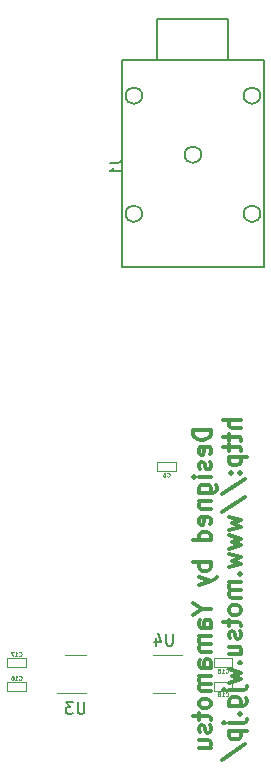
<source format=gbr>
G04 #@! TF.FileFunction,Legend,Bot*
%FSLAX46Y46*%
G04 Gerber Fmt 4.6, Leading zero omitted, Abs format (unit mm)*
G04 Created by KiCad (PCBNEW 4.0.7) date 05/16/18 21:08:28*
%MOMM*%
%LPD*%
G01*
G04 APERTURE LIST*
%ADD10C,0.100000*%
%ADD11C,0.300000*%
%ADD12C,0.075000*%
%ADD13C,0.120000*%
%ADD14C,0.150000*%
%ADD15C,0.050000*%
G04 APERTURE END LIST*
D10*
D11*
X125453571Y-89785714D02*
X123953571Y-89785714D01*
X123953571Y-90142857D01*
X124025000Y-90357142D01*
X124167857Y-90500000D01*
X124310714Y-90571428D01*
X124596429Y-90642857D01*
X124810714Y-90642857D01*
X125096429Y-90571428D01*
X125239286Y-90500000D01*
X125382143Y-90357142D01*
X125453571Y-90142857D01*
X125453571Y-89785714D01*
X125382143Y-91857142D02*
X125453571Y-91714285D01*
X125453571Y-91428571D01*
X125382143Y-91285714D01*
X125239286Y-91214285D01*
X124667857Y-91214285D01*
X124525000Y-91285714D01*
X124453571Y-91428571D01*
X124453571Y-91714285D01*
X124525000Y-91857142D01*
X124667857Y-91928571D01*
X124810714Y-91928571D01*
X124953571Y-91214285D01*
X125382143Y-92499999D02*
X125453571Y-92642856D01*
X125453571Y-92928571D01*
X125382143Y-93071428D01*
X125239286Y-93142856D01*
X125167857Y-93142856D01*
X125025000Y-93071428D01*
X124953571Y-92928571D01*
X124953571Y-92714285D01*
X124882143Y-92571428D01*
X124739286Y-92499999D01*
X124667857Y-92499999D01*
X124525000Y-92571428D01*
X124453571Y-92714285D01*
X124453571Y-92928571D01*
X124525000Y-93071428D01*
X125453571Y-93785714D02*
X124453571Y-93785714D01*
X123953571Y-93785714D02*
X124025000Y-93714285D01*
X124096429Y-93785714D01*
X124025000Y-93857142D01*
X123953571Y-93785714D01*
X124096429Y-93785714D01*
X124453571Y-95142857D02*
X125667857Y-95142857D01*
X125810714Y-95071428D01*
X125882143Y-95000000D01*
X125953571Y-94857143D01*
X125953571Y-94642857D01*
X125882143Y-94500000D01*
X125382143Y-95142857D02*
X125453571Y-95000000D01*
X125453571Y-94714286D01*
X125382143Y-94571428D01*
X125310714Y-94500000D01*
X125167857Y-94428571D01*
X124739286Y-94428571D01*
X124596429Y-94500000D01*
X124525000Y-94571428D01*
X124453571Y-94714286D01*
X124453571Y-95000000D01*
X124525000Y-95142857D01*
X124453571Y-95857143D02*
X125453571Y-95857143D01*
X124596429Y-95857143D02*
X124525000Y-95928571D01*
X124453571Y-96071429D01*
X124453571Y-96285714D01*
X124525000Y-96428571D01*
X124667857Y-96500000D01*
X125453571Y-96500000D01*
X125382143Y-97785714D02*
X125453571Y-97642857D01*
X125453571Y-97357143D01*
X125382143Y-97214286D01*
X125239286Y-97142857D01*
X124667857Y-97142857D01*
X124525000Y-97214286D01*
X124453571Y-97357143D01*
X124453571Y-97642857D01*
X124525000Y-97785714D01*
X124667857Y-97857143D01*
X124810714Y-97857143D01*
X124953571Y-97142857D01*
X125453571Y-99142857D02*
X123953571Y-99142857D01*
X125382143Y-99142857D02*
X125453571Y-99000000D01*
X125453571Y-98714286D01*
X125382143Y-98571428D01*
X125310714Y-98500000D01*
X125167857Y-98428571D01*
X124739286Y-98428571D01*
X124596429Y-98500000D01*
X124525000Y-98571428D01*
X124453571Y-98714286D01*
X124453571Y-99000000D01*
X124525000Y-99142857D01*
X125453571Y-101000000D02*
X123953571Y-101000000D01*
X124525000Y-101000000D02*
X124453571Y-101142857D01*
X124453571Y-101428571D01*
X124525000Y-101571428D01*
X124596429Y-101642857D01*
X124739286Y-101714286D01*
X125167857Y-101714286D01*
X125310714Y-101642857D01*
X125382143Y-101571428D01*
X125453571Y-101428571D01*
X125453571Y-101142857D01*
X125382143Y-101000000D01*
X124453571Y-102214286D02*
X125453571Y-102571429D01*
X124453571Y-102928571D02*
X125453571Y-102571429D01*
X125810714Y-102428571D01*
X125882143Y-102357143D01*
X125953571Y-102214286D01*
X124739286Y-104928571D02*
X125453571Y-104928571D01*
X123953571Y-104428571D02*
X124739286Y-104928571D01*
X123953571Y-105428571D01*
X125453571Y-106571428D02*
X124667857Y-106571428D01*
X124525000Y-106499999D01*
X124453571Y-106357142D01*
X124453571Y-106071428D01*
X124525000Y-105928571D01*
X125382143Y-106571428D02*
X125453571Y-106428571D01*
X125453571Y-106071428D01*
X125382143Y-105928571D01*
X125239286Y-105857142D01*
X125096429Y-105857142D01*
X124953571Y-105928571D01*
X124882143Y-106071428D01*
X124882143Y-106428571D01*
X124810714Y-106571428D01*
X125453571Y-107285714D02*
X124453571Y-107285714D01*
X124596429Y-107285714D02*
X124525000Y-107357142D01*
X124453571Y-107500000D01*
X124453571Y-107714285D01*
X124525000Y-107857142D01*
X124667857Y-107928571D01*
X125453571Y-107928571D01*
X124667857Y-107928571D02*
X124525000Y-108000000D01*
X124453571Y-108142857D01*
X124453571Y-108357142D01*
X124525000Y-108500000D01*
X124667857Y-108571428D01*
X125453571Y-108571428D01*
X125453571Y-109928571D02*
X124667857Y-109928571D01*
X124525000Y-109857142D01*
X124453571Y-109714285D01*
X124453571Y-109428571D01*
X124525000Y-109285714D01*
X125382143Y-109928571D02*
X125453571Y-109785714D01*
X125453571Y-109428571D01*
X125382143Y-109285714D01*
X125239286Y-109214285D01*
X125096429Y-109214285D01*
X124953571Y-109285714D01*
X124882143Y-109428571D01*
X124882143Y-109785714D01*
X124810714Y-109928571D01*
X125453571Y-110642857D02*
X124453571Y-110642857D01*
X124596429Y-110642857D02*
X124525000Y-110714285D01*
X124453571Y-110857143D01*
X124453571Y-111071428D01*
X124525000Y-111214285D01*
X124667857Y-111285714D01*
X125453571Y-111285714D01*
X124667857Y-111285714D02*
X124525000Y-111357143D01*
X124453571Y-111500000D01*
X124453571Y-111714285D01*
X124525000Y-111857143D01*
X124667857Y-111928571D01*
X125453571Y-111928571D01*
X125453571Y-112857143D02*
X125382143Y-112714285D01*
X125310714Y-112642857D01*
X125167857Y-112571428D01*
X124739286Y-112571428D01*
X124596429Y-112642857D01*
X124525000Y-112714285D01*
X124453571Y-112857143D01*
X124453571Y-113071428D01*
X124525000Y-113214285D01*
X124596429Y-113285714D01*
X124739286Y-113357143D01*
X125167857Y-113357143D01*
X125310714Y-113285714D01*
X125382143Y-113214285D01*
X125453571Y-113071428D01*
X125453571Y-112857143D01*
X124453571Y-113785714D02*
X124453571Y-114357143D01*
X123953571Y-114000000D02*
X125239286Y-114000000D01*
X125382143Y-114071428D01*
X125453571Y-114214286D01*
X125453571Y-114357143D01*
X125382143Y-114785714D02*
X125453571Y-114928571D01*
X125453571Y-115214286D01*
X125382143Y-115357143D01*
X125239286Y-115428571D01*
X125167857Y-115428571D01*
X125025000Y-115357143D01*
X124953571Y-115214286D01*
X124953571Y-115000000D01*
X124882143Y-114857143D01*
X124739286Y-114785714D01*
X124667857Y-114785714D01*
X124525000Y-114857143D01*
X124453571Y-115000000D01*
X124453571Y-115214286D01*
X124525000Y-115357143D01*
X124453571Y-116714286D02*
X125453571Y-116714286D01*
X124453571Y-116071429D02*
X125239286Y-116071429D01*
X125382143Y-116142857D01*
X125453571Y-116285715D01*
X125453571Y-116500000D01*
X125382143Y-116642857D01*
X125310714Y-116714286D01*
X128003571Y-88999997D02*
X126503571Y-88999997D01*
X128003571Y-89642854D02*
X127217857Y-89642854D01*
X127075000Y-89571425D01*
X127003571Y-89428568D01*
X127003571Y-89214283D01*
X127075000Y-89071425D01*
X127146429Y-88999997D01*
X127003571Y-90142854D02*
X127003571Y-90714283D01*
X126503571Y-90357140D02*
X127789286Y-90357140D01*
X127932143Y-90428568D01*
X128003571Y-90571426D01*
X128003571Y-90714283D01*
X127003571Y-90999997D02*
X127003571Y-91571426D01*
X126503571Y-91214283D02*
X127789286Y-91214283D01*
X127932143Y-91285711D01*
X128003571Y-91428569D01*
X128003571Y-91571426D01*
X127003571Y-92071426D02*
X128503571Y-92071426D01*
X127075000Y-92071426D02*
X127003571Y-92214283D01*
X127003571Y-92499997D01*
X127075000Y-92642854D01*
X127146429Y-92714283D01*
X127289286Y-92785712D01*
X127717857Y-92785712D01*
X127860714Y-92714283D01*
X127932143Y-92642854D01*
X128003571Y-92499997D01*
X128003571Y-92214283D01*
X127932143Y-92071426D01*
X127860714Y-93428569D02*
X127932143Y-93499997D01*
X128003571Y-93428569D01*
X127932143Y-93357140D01*
X127860714Y-93428569D01*
X128003571Y-93428569D01*
X127075000Y-93428569D02*
X127146429Y-93499997D01*
X127217857Y-93428569D01*
X127146429Y-93357140D01*
X127075000Y-93428569D01*
X127217857Y-93428569D01*
X126432143Y-95214283D02*
X128360714Y-93928569D01*
X126432143Y-96785712D02*
X128360714Y-95499998D01*
X127003571Y-97142856D02*
X128003571Y-97428570D01*
X127289286Y-97714284D01*
X128003571Y-97999999D01*
X127003571Y-98285713D01*
X127003571Y-98714285D02*
X128003571Y-98999999D01*
X127289286Y-99285713D01*
X128003571Y-99571428D01*
X127003571Y-99857142D01*
X127003571Y-100285714D02*
X128003571Y-100571428D01*
X127289286Y-100857142D01*
X128003571Y-101142857D01*
X127003571Y-101428571D01*
X127860714Y-102000000D02*
X127932143Y-102071428D01*
X128003571Y-102000000D01*
X127932143Y-101928571D01*
X127860714Y-102000000D01*
X128003571Y-102000000D01*
X128003571Y-102714286D02*
X127003571Y-102714286D01*
X127146429Y-102714286D02*
X127075000Y-102785714D01*
X127003571Y-102928572D01*
X127003571Y-103142857D01*
X127075000Y-103285714D01*
X127217857Y-103357143D01*
X128003571Y-103357143D01*
X127217857Y-103357143D02*
X127075000Y-103428572D01*
X127003571Y-103571429D01*
X127003571Y-103785714D01*
X127075000Y-103928572D01*
X127217857Y-104000000D01*
X128003571Y-104000000D01*
X128003571Y-104928572D02*
X127932143Y-104785714D01*
X127860714Y-104714286D01*
X127717857Y-104642857D01*
X127289286Y-104642857D01*
X127146429Y-104714286D01*
X127075000Y-104785714D01*
X127003571Y-104928572D01*
X127003571Y-105142857D01*
X127075000Y-105285714D01*
X127146429Y-105357143D01*
X127289286Y-105428572D01*
X127717857Y-105428572D01*
X127860714Y-105357143D01*
X127932143Y-105285714D01*
X128003571Y-105142857D01*
X128003571Y-104928572D01*
X127003571Y-105857143D02*
X127003571Y-106428572D01*
X126503571Y-106071429D02*
X127789286Y-106071429D01*
X127932143Y-106142857D01*
X128003571Y-106285715D01*
X128003571Y-106428572D01*
X127932143Y-106857143D02*
X128003571Y-107000000D01*
X128003571Y-107285715D01*
X127932143Y-107428572D01*
X127789286Y-107500000D01*
X127717857Y-107500000D01*
X127575000Y-107428572D01*
X127503571Y-107285715D01*
X127503571Y-107071429D01*
X127432143Y-106928572D01*
X127289286Y-106857143D01*
X127217857Y-106857143D01*
X127075000Y-106928572D01*
X127003571Y-107071429D01*
X127003571Y-107285715D01*
X127075000Y-107428572D01*
X127003571Y-108785715D02*
X128003571Y-108785715D01*
X127003571Y-108142858D02*
X127789286Y-108142858D01*
X127932143Y-108214286D01*
X128003571Y-108357144D01*
X128003571Y-108571429D01*
X127932143Y-108714286D01*
X127860714Y-108785715D01*
X127860714Y-109500001D02*
X127932143Y-109571429D01*
X128003571Y-109500001D01*
X127932143Y-109428572D01*
X127860714Y-109500001D01*
X128003571Y-109500001D01*
X127003571Y-110071430D02*
X128003571Y-110357144D01*
X127289286Y-110642858D01*
X128003571Y-110928573D01*
X127003571Y-111214287D01*
X127003571Y-111785716D02*
X128289286Y-111785716D01*
X128432143Y-111714287D01*
X128503571Y-111571430D01*
X128503571Y-111500002D01*
X126503571Y-111785716D02*
X126575000Y-111714287D01*
X126646429Y-111785716D01*
X126575000Y-111857144D01*
X126503571Y-111785716D01*
X126646429Y-111785716D01*
X127003571Y-113142859D02*
X128217857Y-113142859D01*
X128360714Y-113071430D01*
X128432143Y-113000002D01*
X128503571Y-112857145D01*
X128503571Y-112642859D01*
X128432143Y-112500002D01*
X127932143Y-113142859D02*
X128003571Y-113000002D01*
X128003571Y-112714288D01*
X127932143Y-112571430D01*
X127860714Y-112500002D01*
X127717857Y-112428573D01*
X127289286Y-112428573D01*
X127146429Y-112500002D01*
X127075000Y-112571430D01*
X127003571Y-112714288D01*
X127003571Y-113000002D01*
X127075000Y-113142859D01*
X127860714Y-113857145D02*
X127932143Y-113928573D01*
X128003571Y-113857145D01*
X127932143Y-113785716D01*
X127860714Y-113857145D01*
X128003571Y-113857145D01*
X127003571Y-114571431D02*
X128289286Y-114571431D01*
X128432143Y-114500002D01*
X128503571Y-114357145D01*
X128503571Y-114285717D01*
X126503571Y-114571431D02*
X126575000Y-114500002D01*
X126646429Y-114571431D01*
X126575000Y-114642859D01*
X126503571Y-114571431D01*
X126646429Y-114571431D01*
X127003571Y-115285717D02*
X128503571Y-115285717D01*
X127075000Y-115285717D02*
X127003571Y-115428574D01*
X127003571Y-115714288D01*
X127075000Y-115857145D01*
X127146429Y-115928574D01*
X127289286Y-116000003D01*
X127717857Y-116000003D01*
X127860714Y-115928574D01*
X127932143Y-115857145D01*
X128003571Y-115714288D01*
X128003571Y-115428574D01*
X127932143Y-115285717D01*
X126432143Y-117714288D02*
X128360714Y-116428574D01*
D12*
X122500000Y-92900000D02*
X122500000Y-93300000D01*
X122500000Y-93300000D02*
X120900000Y-93300000D01*
X120900000Y-93300000D02*
X120900000Y-92500000D01*
X120900000Y-92500000D02*
X122500000Y-92500000D01*
X122500000Y-92500000D02*
X122500000Y-92900000D01*
X127300000Y-109500000D02*
X127300000Y-109900000D01*
X127300000Y-109900000D02*
X125700000Y-109900000D01*
X125700000Y-109900000D02*
X125700000Y-109100000D01*
X125700000Y-109100000D02*
X127300000Y-109100000D01*
X127300000Y-109100000D02*
X127300000Y-109500000D01*
X108200000Y-111500000D02*
X108200000Y-111100000D01*
X108200000Y-111100000D02*
X109800000Y-111100000D01*
X109800000Y-111100000D02*
X109800000Y-111900000D01*
X109800000Y-111900000D02*
X108200000Y-111900000D01*
X108200000Y-111900000D02*
X108200000Y-111500000D01*
X108200000Y-109500000D02*
X108200000Y-109100000D01*
X108200000Y-109100000D02*
X109800000Y-109100000D01*
X109800000Y-109100000D02*
X109800000Y-109900000D01*
X109800000Y-109900000D02*
X108200000Y-109900000D01*
X108200000Y-109900000D02*
X108200000Y-109500000D01*
X127300000Y-111500000D02*
X127300000Y-111900000D01*
X127300000Y-111900000D02*
X125700000Y-111900000D01*
X125700000Y-111900000D02*
X125700000Y-111100000D01*
X125700000Y-111100000D02*
X127300000Y-111100000D01*
X127300000Y-111100000D02*
X127300000Y-111500000D01*
D13*
X113100000Y-108890000D02*
X114900000Y-108890000D01*
X114900000Y-112110000D02*
X112450000Y-112110000D01*
X122400000Y-112110000D02*
X120600000Y-112110000D01*
X120600000Y-108890000D02*
X123050000Y-108890000D01*
D14*
X124650000Y-66500000D02*
G75*
G03X124650000Y-66500000I-700000J0D01*
G01*
X119650000Y-71500000D02*
G75*
G03X119650000Y-71500000I-700000J0D01*
G01*
X129650000Y-71500000D02*
G75*
G03X129650000Y-71500000I-700000J0D01*
G01*
X129650000Y-61500000D02*
G75*
G03X129650000Y-61500000I-700000J0D01*
G01*
X119650000Y-61500000D02*
G75*
G03X119650000Y-61500000I-700000J0D01*
G01*
X126950000Y-58500000D02*
X126950000Y-55000000D01*
X126950000Y-55000000D02*
X120950000Y-55000000D01*
X120950000Y-55000000D02*
X120950000Y-58500000D01*
X129950000Y-58500000D02*
X117950000Y-58500000D01*
X117950000Y-58500000D02*
X117950000Y-76000000D01*
X117950000Y-76000000D02*
X129950000Y-76000000D01*
X129950000Y-76000000D02*
X129950000Y-58500000D01*
D15*
X121758333Y-93725000D02*
X121774999Y-93741667D01*
X121824999Y-93758333D01*
X121858333Y-93758333D01*
X121908333Y-93741667D01*
X121941666Y-93708333D01*
X121958333Y-93675000D01*
X121974999Y-93608333D01*
X121974999Y-93558333D01*
X121958333Y-93491667D01*
X121941666Y-93458333D01*
X121908333Y-93425000D01*
X121858333Y-93408333D01*
X121824999Y-93408333D01*
X121774999Y-93425000D01*
X121758333Y-93441667D01*
X121458333Y-93408333D02*
X121524999Y-93408333D01*
X121558333Y-93425000D01*
X121574999Y-93441667D01*
X121608333Y-93491667D01*
X121624999Y-93558333D01*
X121624999Y-93691667D01*
X121608333Y-93725000D01*
X121591666Y-93741667D01*
X121558333Y-93758333D01*
X121491666Y-93758333D01*
X121458333Y-93741667D01*
X121441666Y-93725000D01*
X121424999Y-93691667D01*
X121424999Y-93608333D01*
X121441666Y-93575000D01*
X121458333Y-93558333D01*
X121491666Y-93541667D01*
X121558333Y-93541667D01*
X121591666Y-93558333D01*
X121608333Y-93575000D01*
X121624999Y-93608333D01*
X126725000Y-110325000D02*
X126741666Y-110341667D01*
X126791666Y-110358333D01*
X126825000Y-110358333D01*
X126875000Y-110341667D01*
X126908333Y-110308333D01*
X126925000Y-110275000D01*
X126941666Y-110208333D01*
X126941666Y-110158333D01*
X126925000Y-110091667D01*
X126908333Y-110058333D01*
X126875000Y-110025000D01*
X126825000Y-110008333D01*
X126791666Y-110008333D01*
X126741666Y-110025000D01*
X126725000Y-110041667D01*
X126391666Y-110358333D02*
X126591666Y-110358333D01*
X126491666Y-110358333D02*
X126491666Y-110008333D01*
X126525000Y-110058333D01*
X126558333Y-110091667D01*
X126591666Y-110108333D01*
X126075000Y-110008333D02*
X126241667Y-110008333D01*
X126258333Y-110175000D01*
X126241667Y-110158333D01*
X126208333Y-110141667D01*
X126125000Y-110141667D01*
X126091667Y-110158333D01*
X126075000Y-110175000D01*
X126058333Y-110208333D01*
X126058333Y-110291667D01*
X126075000Y-110325000D01*
X126091667Y-110341667D01*
X126125000Y-110358333D01*
X126208333Y-110358333D01*
X126241667Y-110341667D01*
X126258333Y-110325000D01*
X109225000Y-110925000D02*
X109241666Y-110941667D01*
X109291666Y-110958333D01*
X109325000Y-110958333D01*
X109375000Y-110941667D01*
X109408333Y-110908333D01*
X109425000Y-110875000D01*
X109441666Y-110808333D01*
X109441666Y-110758333D01*
X109425000Y-110691667D01*
X109408333Y-110658333D01*
X109375000Y-110625000D01*
X109325000Y-110608333D01*
X109291666Y-110608333D01*
X109241666Y-110625000D01*
X109225000Y-110641667D01*
X108891666Y-110958333D02*
X109091666Y-110958333D01*
X108991666Y-110958333D02*
X108991666Y-110608333D01*
X109025000Y-110658333D01*
X109058333Y-110691667D01*
X109091666Y-110708333D01*
X108591667Y-110608333D02*
X108658333Y-110608333D01*
X108691667Y-110625000D01*
X108708333Y-110641667D01*
X108741667Y-110691667D01*
X108758333Y-110758333D01*
X108758333Y-110891667D01*
X108741667Y-110925000D01*
X108725000Y-110941667D01*
X108691667Y-110958333D01*
X108625000Y-110958333D01*
X108591667Y-110941667D01*
X108575000Y-110925000D01*
X108558333Y-110891667D01*
X108558333Y-110808333D01*
X108575000Y-110775000D01*
X108591667Y-110758333D01*
X108625000Y-110741667D01*
X108691667Y-110741667D01*
X108725000Y-110758333D01*
X108741667Y-110775000D01*
X108758333Y-110808333D01*
X109225000Y-108925000D02*
X109241666Y-108941667D01*
X109291666Y-108958333D01*
X109325000Y-108958333D01*
X109375000Y-108941667D01*
X109408333Y-108908333D01*
X109425000Y-108875000D01*
X109441666Y-108808333D01*
X109441666Y-108758333D01*
X109425000Y-108691667D01*
X109408333Y-108658333D01*
X109375000Y-108625000D01*
X109325000Y-108608333D01*
X109291666Y-108608333D01*
X109241666Y-108625000D01*
X109225000Y-108641667D01*
X108891666Y-108958333D02*
X109091666Y-108958333D01*
X108991666Y-108958333D02*
X108991666Y-108608333D01*
X109025000Y-108658333D01*
X109058333Y-108691667D01*
X109091666Y-108708333D01*
X108775000Y-108608333D02*
X108541667Y-108608333D01*
X108691667Y-108958333D01*
X126725000Y-112325000D02*
X126741666Y-112341667D01*
X126791666Y-112358333D01*
X126825000Y-112358333D01*
X126875000Y-112341667D01*
X126908333Y-112308333D01*
X126925000Y-112275000D01*
X126941666Y-112208333D01*
X126941666Y-112158333D01*
X126925000Y-112091667D01*
X126908333Y-112058333D01*
X126875000Y-112025000D01*
X126825000Y-112008333D01*
X126791666Y-112008333D01*
X126741666Y-112025000D01*
X126725000Y-112041667D01*
X126391666Y-112358333D02*
X126591666Y-112358333D01*
X126491666Y-112358333D02*
X126491666Y-112008333D01*
X126525000Y-112058333D01*
X126558333Y-112091667D01*
X126591666Y-112108333D01*
X126191667Y-112158333D02*
X126225000Y-112141667D01*
X126241667Y-112125000D01*
X126258333Y-112091667D01*
X126258333Y-112075000D01*
X126241667Y-112041667D01*
X126225000Y-112025000D01*
X126191667Y-112008333D01*
X126125000Y-112008333D01*
X126091667Y-112025000D01*
X126075000Y-112041667D01*
X126058333Y-112075000D01*
X126058333Y-112091667D01*
X126075000Y-112125000D01*
X126091667Y-112141667D01*
X126125000Y-112158333D01*
X126191667Y-112158333D01*
X126225000Y-112175000D01*
X126241667Y-112191667D01*
X126258333Y-112225000D01*
X126258333Y-112291667D01*
X126241667Y-112325000D01*
X126225000Y-112341667D01*
X126191667Y-112358333D01*
X126125000Y-112358333D01*
X126091667Y-112341667D01*
X126075000Y-112325000D01*
X126058333Y-112291667D01*
X126058333Y-112225000D01*
X126075000Y-112191667D01*
X126091667Y-112175000D01*
X126125000Y-112158333D01*
D14*
X114761905Y-112852381D02*
X114761905Y-113661905D01*
X114714286Y-113757143D01*
X114666667Y-113804762D01*
X114571429Y-113852381D01*
X114380952Y-113852381D01*
X114285714Y-113804762D01*
X114238095Y-113757143D01*
X114190476Y-113661905D01*
X114190476Y-112852381D01*
X113809524Y-112852381D02*
X113190476Y-112852381D01*
X113523810Y-113233333D01*
X113380952Y-113233333D01*
X113285714Y-113280952D01*
X113238095Y-113328571D01*
X113190476Y-113423810D01*
X113190476Y-113661905D01*
X113238095Y-113757143D01*
X113285714Y-113804762D01*
X113380952Y-113852381D01*
X113666667Y-113852381D01*
X113761905Y-113804762D01*
X113809524Y-113757143D01*
X122261905Y-107052381D02*
X122261905Y-107861905D01*
X122214286Y-107957143D01*
X122166667Y-108004762D01*
X122071429Y-108052381D01*
X121880952Y-108052381D01*
X121785714Y-108004762D01*
X121738095Y-107957143D01*
X121690476Y-107861905D01*
X121690476Y-107052381D01*
X120785714Y-107385714D02*
X120785714Y-108052381D01*
X121023810Y-107004762D02*
X121261905Y-107719048D01*
X120642857Y-107719048D01*
X116902381Y-67166667D02*
X117616667Y-67166667D01*
X117759524Y-67119047D01*
X117854762Y-67023809D01*
X117902381Y-66880952D01*
X117902381Y-66785714D01*
X117902381Y-68166667D02*
X117902381Y-67595238D01*
X117902381Y-67880952D02*
X116902381Y-67880952D01*
X117045238Y-67785714D01*
X117140476Y-67690476D01*
X117188095Y-67595238D01*
M02*

</source>
